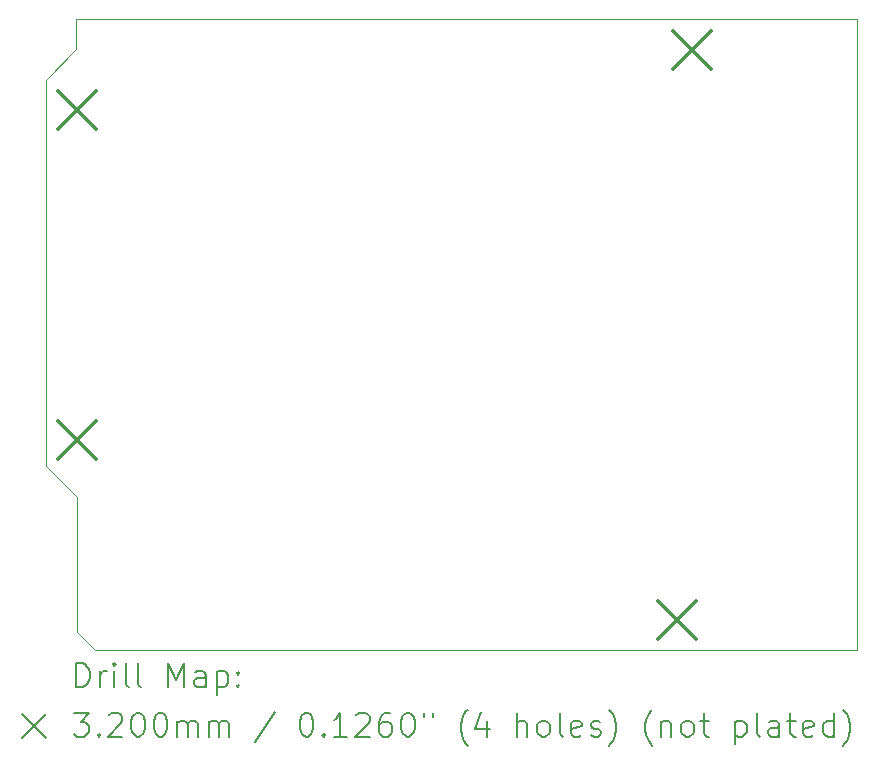
<source format=gbr>
%FSLAX45Y45*%
G04 Gerber Fmt 4.5, Leading zero omitted, Abs format (unit mm)*
G04 Created by KiCad (PCBNEW (6.0.6)) date 2022-12-20 11:12:05*
%MOMM*%
%LPD*%
G01*
G04 APERTURE LIST*
%TA.AperFunction,Profile*%
%ADD10C,0.100000*%
%TD*%
%ADD11C,0.200000*%
%ADD12C,0.320000*%
G04 APERTURE END LIST*
D10*
X7967980Y-11612880D02*
X7967980Y-10472420D01*
X14574520Y-11765280D02*
X8120380Y-11765280D01*
X7711440Y-6939280D02*
X7965440Y-6680200D01*
X7967980Y-10472420D02*
X7711440Y-10213340D01*
X7965440Y-6421120D02*
X14574520Y-6423660D01*
X7965440Y-6680200D02*
X7965440Y-6421120D01*
X7711440Y-10213340D02*
X7711440Y-6939280D01*
X8120380Y-11765280D02*
X7967980Y-11612880D01*
X14574520Y-6423660D02*
X14574520Y-11765280D01*
D11*
D12*
X7810520Y-7033280D02*
X8130520Y-7353280D01*
X8130520Y-7033280D02*
X7810520Y-7353280D01*
X7810520Y-9827280D02*
X8130520Y-10147280D01*
X8130520Y-9827280D02*
X7810520Y-10147280D01*
X12890520Y-11351280D02*
X13210520Y-11671280D01*
X13210520Y-11351280D02*
X12890520Y-11671280D01*
X13017520Y-6525280D02*
X13337520Y-6845280D01*
X13337520Y-6525280D02*
X13017520Y-6845280D01*
D11*
X7964059Y-12080756D02*
X7964059Y-11880756D01*
X8011678Y-11880756D01*
X8040249Y-11890280D01*
X8059297Y-11909328D01*
X8068821Y-11928375D01*
X8078345Y-11966470D01*
X8078345Y-11995042D01*
X8068821Y-12033137D01*
X8059297Y-12052185D01*
X8040249Y-12071232D01*
X8011678Y-12080756D01*
X7964059Y-12080756D01*
X8164059Y-12080756D02*
X8164059Y-11947423D01*
X8164059Y-11985518D02*
X8173583Y-11966470D01*
X8183107Y-11956947D01*
X8202154Y-11947423D01*
X8221202Y-11947423D01*
X8287868Y-12080756D02*
X8287868Y-11947423D01*
X8287868Y-11880756D02*
X8278345Y-11890280D01*
X8287868Y-11899804D01*
X8297392Y-11890280D01*
X8287868Y-11880756D01*
X8287868Y-11899804D01*
X8411678Y-12080756D02*
X8392630Y-12071232D01*
X8383107Y-12052185D01*
X8383107Y-11880756D01*
X8516440Y-12080756D02*
X8497392Y-12071232D01*
X8487869Y-12052185D01*
X8487869Y-11880756D01*
X8745011Y-12080756D02*
X8745011Y-11880756D01*
X8811678Y-12023613D01*
X8878345Y-11880756D01*
X8878345Y-12080756D01*
X9059297Y-12080756D02*
X9059297Y-11975994D01*
X9049773Y-11956947D01*
X9030726Y-11947423D01*
X8992630Y-11947423D01*
X8973583Y-11956947D01*
X9059297Y-12071232D02*
X9040250Y-12080756D01*
X8992630Y-12080756D01*
X8973583Y-12071232D01*
X8964059Y-12052185D01*
X8964059Y-12033137D01*
X8973583Y-12014089D01*
X8992630Y-12004566D01*
X9040250Y-12004566D01*
X9059297Y-11995042D01*
X9154535Y-11947423D02*
X9154535Y-12147423D01*
X9154535Y-11956947D02*
X9173583Y-11947423D01*
X9211678Y-11947423D01*
X9230726Y-11956947D01*
X9240250Y-11966470D01*
X9249773Y-11985518D01*
X9249773Y-12042661D01*
X9240250Y-12061708D01*
X9230726Y-12071232D01*
X9211678Y-12080756D01*
X9173583Y-12080756D01*
X9154535Y-12071232D01*
X9335488Y-12061708D02*
X9345011Y-12071232D01*
X9335488Y-12080756D01*
X9325964Y-12071232D01*
X9335488Y-12061708D01*
X9335488Y-12080756D01*
X9335488Y-11956947D02*
X9345011Y-11966470D01*
X9335488Y-11975994D01*
X9325964Y-11966470D01*
X9335488Y-11956947D01*
X9335488Y-11975994D01*
X7506440Y-12310280D02*
X7706440Y-12510280D01*
X7706440Y-12310280D02*
X7506440Y-12510280D01*
X7945011Y-12300756D02*
X8068821Y-12300756D01*
X8002154Y-12376947D01*
X8030726Y-12376947D01*
X8049773Y-12386470D01*
X8059297Y-12395994D01*
X8068821Y-12415042D01*
X8068821Y-12462661D01*
X8059297Y-12481708D01*
X8049773Y-12491232D01*
X8030726Y-12500756D01*
X7973583Y-12500756D01*
X7954535Y-12491232D01*
X7945011Y-12481708D01*
X8154535Y-12481708D02*
X8164059Y-12491232D01*
X8154535Y-12500756D01*
X8145011Y-12491232D01*
X8154535Y-12481708D01*
X8154535Y-12500756D01*
X8240249Y-12319804D02*
X8249773Y-12310280D01*
X8268821Y-12300756D01*
X8316440Y-12300756D01*
X8335488Y-12310280D01*
X8345011Y-12319804D01*
X8354535Y-12338851D01*
X8354535Y-12357899D01*
X8345011Y-12386470D01*
X8230726Y-12500756D01*
X8354535Y-12500756D01*
X8478345Y-12300756D02*
X8497392Y-12300756D01*
X8516440Y-12310280D01*
X8525964Y-12319804D01*
X8535488Y-12338851D01*
X8545011Y-12376947D01*
X8545011Y-12424566D01*
X8535488Y-12462661D01*
X8525964Y-12481708D01*
X8516440Y-12491232D01*
X8497392Y-12500756D01*
X8478345Y-12500756D01*
X8459297Y-12491232D01*
X8449773Y-12481708D01*
X8440250Y-12462661D01*
X8430726Y-12424566D01*
X8430726Y-12376947D01*
X8440250Y-12338851D01*
X8449773Y-12319804D01*
X8459297Y-12310280D01*
X8478345Y-12300756D01*
X8668821Y-12300756D02*
X8687869Y-12300756D01*
X8706916Y-12310280D01*
X8716440Y-12319804D01*
X8725964Y-12338851D01*
X8735488Y-12376947D01*
X8735488Y-12424566D01*
X8725964Y-12462661D01*
X8716440Y-12481708D01*
X8706916Y-12491232D01*
X8687869Y-12500756D01*
X8668821Y-12500756D01*
X8649773Y-12491232D01*
X8640250Y-12481708D01*
X8630726Y-12462661D01*
X8621202Y-12424566D01*
X8621202Y-12376947D01*
X8630726Y-12338851D01*
X8640250Y-12319804D01*
X8649773Y-12310280D01*
X8668821Y-12300756D01*
X8821202Y-12500756D02*
X8821202Y-12367423D01*
X8821202Y-12386470D02*
X8830726Y-12376947D01*
X8849773Y-12367423D01*
X8878345Y-12367423D01*
X8897392Y-12376947D01*
X8906916Y-12395994D01*
X8906916Y-12500756D01*
X8906916Y-12395994D02*
X8916440Y-12376947D01*
X8935488Y-12367423D01*
X8964059Y-12367423D01*
X8983107Y-12376947D01*
X8992630Y-12395994D01*
X8992630Y-12500756D01*
X9087869Y-12500756D02*
X9087869Y-12367423D01*
X9087869Y-12386470D02*
X9097392Y-12376947D01*
X9116440Y-12367423D01*
X9145011Y-12367423D01*
X9164059Y-12376947D01*
X9173583Y-12395994D01*
X9173583Y-12500756D01*
X9173583Y-12395994D02*
X9183107Y-12376947D01*
X9202154Y-12367423D01*
X9230726Y-12367423D01*
X9249773Y-12376947D01*
X9259297Y-12395994D01*
X9259297Y-12500756D01*
X9649773Y-12291232D02*
X9478345Y-12548375D01*
X9906916Y-12300756D02*
X9925964Y-12300756D01*
X9945011Y-12310280D01*
X9954535Y-12319804D01*
X9964059Y-12338851D01*
X9973583Y-12376947D01*
X9973583Y-12424566D01*
X9964059Y-12462661D01*
X9954535Y-12481708D01*
X9945011Y-12491232D01*
X9925964Y-12500756D01*
X9906916Y-12500756D01*
X9887869Y-12491232D01*
X9878345Y-12481708D01*
X9868821Y-12462661D01*
X9859297Y-12424566D01*
X9859297Y-12376947D01*
X9868821Y-12338851D01*
X9878345Y-12319804D01*
X9887869Y-12310280D01*
X9906916Y-12300756D01*
X10059297Y-12481708D02*
X10068821Y-12491232D01*
X10059297Y-12500756D01*
X10049773Y-12491232D01*
X10059297Y-12481708D01*
X10059297Y-12500756D01*
X10259297Y-12500756D02*
X10145011Y-12500756D01*
X10202154Y-12500756D02*
X10202154Y-12300756D01*
X10183107Y-12329328D01*
X10164059Y-12348375D01*
X10145011Y-12357899D01*
X10335488Y-12319804D02*
X10345011Y-12310280D01*
X10364059Y-12300756D01*
X10411678Y-12300756D01*
X10430726Y-12310280D01*
X10440250Y-12319804D01*
X10449773Y-12338851D01*
X10449773Y-12357899D01*
X10440250Y-12386470D01*
X10325964Y-12500756D01*
X10449773Y-12500756D01*
X10621202Y-12300756D02*
X10583107Y-12300756D01*
X10564059Y-12310280D01*
X10554535Y-12319804D01*
X10535488Y-12348375D01*
X10525964Y-12386470D01*
X10525964Y-12462661D01*
X10535488Y-12481708D01*
X10545011Y-12491232D01*
X10564059Y-12500756D01*
X10602154Y-12500756D01*
X10621202Y-12491232D01*
X10630726Y-12481708D01*
X10640250Y-12462661D01*
X10640250Y-12415042D01*
X10630726Y-12395994D01*
X10621202Y-12386470D01*
X10602154Y-12376947D01*
X10564059Y-12376947D01*
X10545011Y-12386470D01*
X10535488Y-12395994D01*
X10525964Y-12415042D01*
X10764059Y-12300756D02*
X10783107Y-12300756D01*
X10802154Y-12310280D01*
X10811678Y-12319804D01*
X10821202Y-12338851D01*
X10830726Y-12376947D01*
X10830726Y-12424566D01*
X10821202Y-12462661D01*
X10811678Y-12481708D01*
X10802154Y-12491232D01*
X10783107Y-12500756D01*
X10764059Y-12500756D01*
X10745011Y-12491232D01*
X10735488Y-12481708D01*
X10725964Y-12462661D01*
X10716440Y-12424566D01*
X10716440Y-12376947D01*
X10725964Y-12338851D01*
X10735488Y-12319804D01*
X10745011Y-12310280D01*
X10764059Y-12300756D01*
X10906916Y-12300756D02*
X10906916Y-12338851D01*
X10983107Y-12300756D02*
X10983107Y-12338851D01*
X11278345Y-12576947D02*
X11268821Y-12567423D01*
X11249773Y-12538851D01*
X11240249Y-12519804D01*
X11230726Y-12491232D01*
X11221202Y-12443613D01*
X11221202Y-12405518D01*
X11230726Y-12357899D01*
X11240249Y-12329328D01*
X11249773Y-12310280D01*
X11268821Y-12281708D01*
X11278345Y-12272185D01*
X11440249Y-12367423D02*
X11440249Y-12500756D01*
X11392630Y-12291232D02*
X11345011Y-12434089D01*
X11468821Y-12434089D01*
X11697392Y-12500756D02*
X11697392Y-12300756D01*
X11783107Y-12500756D02*
X11783107Y-12395994D01*
X11773583Y-12376947D01*
X11754535Y-12367423D01*
X11725964Y-12367423D01*
X11706916Y-12376947D01*
X11697392Y-12386470D01*
X11906916Y-12500756D02*
X11887868Y-12491232D01*
X11878345Y-12481708D01*
X11868821Y-12462661D01*
X11868821Y-12405518D01*
X11878345Y-12386470D01*
X11887868Y-12376947D01*
X11906916Y-12367423D01*
X11935488Y-12367423D01*
X11954535Y-12376947D01*
X11964059Y-12386470D01*
X11973583Y-12405518D01*
X11973583Y-12462661D01*
X11964059Y-12481708D01*
X11954535Y-12491232D01*
X11935488Y-12500756D01*
X11906916Y-12500756D01*
X12087868Y-12500756D02*
X12068821Y-12491232D01*
X12059297Y-12472185D01*
X12059297Y-12300756D01*
X12240249Y-12491232D02*
X12221202Y-12500756D01*
X12183107Y-12500756D01*
X12164059Y-12491232D01*
X12154535Y-12472185D01*
X12154535Y-12395994D01*
X12164059Y-12376947D01*
X12183107Y-12367423D01*
X12221202Y-12367423D01*
X12240249Y-12376947D01*
X12249773Y-12395994D01*
X12249773Y-12415042D01*
X12154535Y-12434089D01*
X12325964Y-12491232D02*
X12345011Y-12500756D01*
X12383107Y-12500756D01*
X12402154Y-12491232D01*
X12411678Y-12472185D01*
X12411678Y-12462661D01*
X12402154Y-12443613D01*
X12383107Y-12434089D01*
X12354535Y-12434089D01*
X12335488Y-12424566D01*
X12325964Y-12405518D01*
X12325964Y-12395994D01*
X12335488Y-12376947D01*
X12354535Y-12367423D01*
X12383107Y-12367423D01*
X12402154Y-12376947D01*
X12478345Y-12576947D02*
X12487868Y-12567423D01*
X12506916Y-12538851D01*
X12516440Y-12519804D01*
X12525964Y-12491232D01*
X12535488Y-12443613D01*
X12535488Y-12405518D01*
X12525964Y-12357899D01*
X12516440Y-12329328D01*
X12506916Y-12310280D01*
X12487868Y-12281708D01*
X12478345Y-12272185D01*
X12840249Y-12576947D02*
X12830726Y-12567423D01*
X12811678Y-12538851D01*
X12802154Y-12519804D01*
X12792630Y-12491232D01*
X12783107Y-12443613D01*
X12783107Y-12405518D01*
X12792630Y-12357899D01*
X12802154Y-12329328D01*
X12811678Y-12310280D01*
X12830726Y-12281708D01*
X12840249Y-12272185D01*
X12916440Y-12367423D02*
X12916440Y-12500756D01*
X12916440Y-12386470D02*
X12925964Y-12376947D01*
X12945011Y-12367423D01*
X12973583Y-12367423D01*
X12992630Y-12376947D01*
X13002154Y-12395994D01*
X13002154Y-12500756D01*
X13125964Y-12500756D02*
X13106916Y-12491232D01*
X13097392Y-12481708D01*
X13087868Y-12462661D01*
X13087868Y-12405518D01*
X13097392Y-12386470D01*
X13106916Y-12376947D01*
X13125964Y-12367423D01*
X13154535Y-12367423D01*
X13173583Y-12376947D01*
X13183107Y-12386470D01*
X13192630Y-12405518D01*
X13192630Y-12462661D01*
X13183107Y-12481708D01*
X13173583Y-12491232D01*
X13154535Y-12500756D01*
X13125964Y-12500756D01*
X13249773Y-12367423D02*
X13325964Y-12367423D01*
X13278345Y-12300756D02*
X13278345Y-12472185D01*
X13287868Y-12491232D01*
X13306916Y-12500756D01*
X13325964Y-12500756D01*
X13545011Y-12367423D02*
X13545011Y-12567423D01*
X13545011Y-12376947D02*
X13564059Y-12367423D01*
X13602154Y-12367423D01*
X13621202Y-12376947D01*
X13630726Y-12386470D01*
X13640249Y-12405518D01*
X13640249Y-12462661D01*
X13630726Y-12481708D01*
X13621202Y-12491232D01*
X13602154Y-12500756D01*
X13564059Y-12500756D01*
X13545011Y-12491232D01*
X13754535Y-12500756D02*
X13735488Y-12491232D01*
X13725964Y-12472185D01*
X13725964Y-12300756D01*
X13916440Y-12500756D02*
X13916440Y-12395994D01*
X13906916Y-12376947D01*
X13887868Y-12367423D01*
X13849773Y-12367423D01*
X13830726Y-12376947D01*
X13916440Y-12491232D02*
X13897392Y-12500756D01*
X13849773Y-12500756D01*
X13830726Y-12491232D01*
X13821202Y-12472185D01*
X13821202Y-12453137D01*
X13830726Y-12434089D01*
X13849773Y-12424566D01*
X13897392Y-12424566D01*
X13916440Y-12415042D01*
X13983107Y-12367423D02*
X14059297Y-12367423D01*
X14011678Y-12300756D02*
X14011678Y-12472185D01*
X14021202Y-12491232D01*
X14040249Y-12500756D01*
X14059297Y-12500756D01*
X14202154Y-12491232D02*
X14183107Y-12500756D01*
X14145011Y-12500756D01*
X14125964Y-12491232D01*
X14116440Y-12472185D01*
X14116440Y-12395994D01*
X14125964Y-12376947D01*
X14145011Y-12367423D01*
X14183107Y-12367423D01*
X14202154Y-12376947D01*
X14211678Y-12395994D01*
X14211678Y-12415042D01*
X14116440Y-12434089D01*
X14383107Y-12500756D02*
X14383107Y-12300756D01*
X14383107Y-12491232D02*
X14364059Y-12500756D01*
X14325964Y-12500756D01*
X14306916Y-12491232D01*
X14297392Y-12481708D01*
X14287868Y-12462661D01*
X14287868Y-12405518D01*
X14297392Y-12386470D01*
X14306916Y-12376947D01*
X14325964Y-12367423D01*
X14364059Y-12367423D01*
X14383107Y-12376947D01*
X14459297Y-12576947D02*
X14468821Y-12567423D01*
X14487868Y-12538851D01*
X14497392Y-12519804D01*
X14506916Y-12491232D01*
X14516440Y-12443613D01*
X14516440Y-12405518D01*
X14506916Y-12357899D01*
X14497392Y-12329328D01*
X14487868Y-12310280D01*
X14468821Y-12281708D01*
X14459297Y-12272185D01*
M02*

</source>
